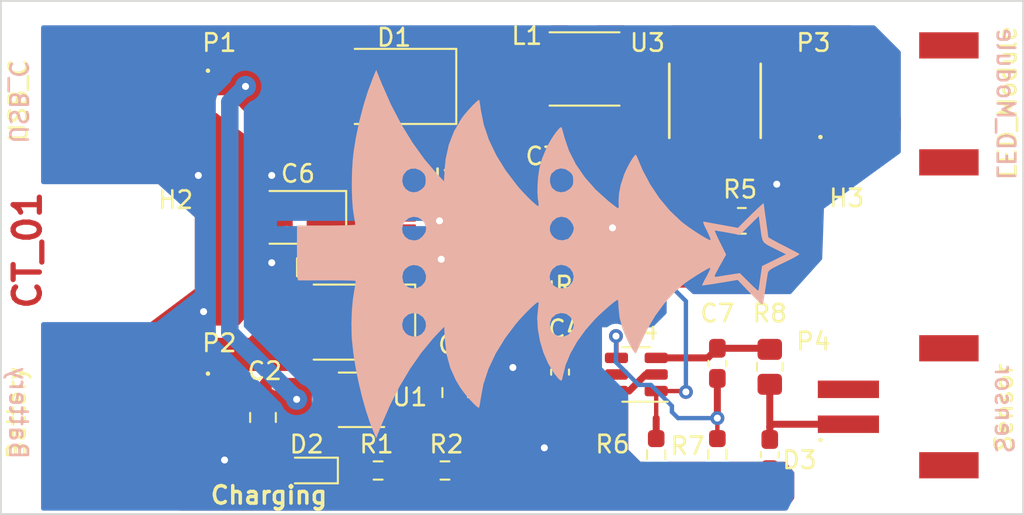
<source format=kicad_pcb>
(kicad_pcb (version 20221018) (generator pcbnew)
  (layers (0 "F.Cu" signal) (31 "B.Cu" signal) (34 "B.Paste" user) (35 "F.Paste" user) (36 "B.SilkS" user "B.Silkscreen") (37 "F.SilkS" user "F.Silkscreen") (38 "B.Mask" user) (39 "F.Mask" user) (44 "Edge.Cuts" user))
  (net 0 "")
  (net 1 "+BATT")
  (net 2 "GND")
  (net 3 "+5V")
  (net 4 "+3.3V")
  (net 5 "VDD")
  (net 6 "/FB")
  (net 7 "Net-(U4-SNSK)")
  (net 8 "Net-(U4-SNS)")
  (net 9 "Net-(D2-K)")
  (net 10 "/Sens")
  (net 11 "/LX")
  (net 12 "/LED_Stat")
  (net 13 "/R_Prog")
  (net 14 "Net-(U3-RSET)")
  (net 15 "/Sen_Out")
  (net 16 "GND1")
  (footprint "Capacitor_SMD:C_0805_2012Metric_Pad1.18x1.45mm_HandSolder" (layer "F.Cu") (at 92 126.4625 -90)
    (fp_text reference "C2" (at -2.6625 -0.1 -180) (layer "F.SilkS"))
    (fp_text value "4u7" hide)
    (pad "1" smd roundrect (at -1.0375 0 270) (size 1.175 1.45) (layers "F.Cu" "F.Paste" "F.Mask") (roundrect_rratio 0.2127659574) (net 3 "+5V"))
    (pad "2" smd roundrect (at 1.0375 0 270) (size 1.175 1.45) (layers "F.Cu" "F.Paste" "F.Mask") (roundrect_rratio 0.2127659574) (net 2 "GND"))
  )
  (footprint "Capacitor_SMD:C_0603_1608Metric_Pad1.08x0.95mm_HandSolder" (layer "F.Cu") (at 121 128.5875 90)
    (fp_text reference "D3" (at -0.3125 1.7 180) (layer "F.SilkS"))
    (fp_text value "D_TVS" hide)
    (pad "1" smd roundrect (at -0.8625 0 90) (size 1.075 0.95) (layers "F.Cu" "F.Paste" "F.Mask") (net 2 "GND"))
    (pad "2" smd roundrect (at 0.8625 0 90) (size 1.075 0.95) (layers "F.Cu" "F.Paste" "F.Mask") (net 10 "/Sens"))
  )
  (footprint "Resistor_SMD:R_0805_2012Metric_Pad1.20x1.40mm_HandSolder" (layer "F.Cu") (at 119.4 115.2)
    (fp_text reference "R5" (at -0.1 -1.8 180) (layer "F.SilkS"))
    (fp_text value "33k" hide)
    (pad "1" smd roundrect (at -1 0) (size 1.2 1.4) (layers "F.Cu" "F.Paste" "F.Mask") (roundrect_rratio 0.2083333333) (net 14 "Net-(U3-RSET)"))
    (pad "2" smd roundrect (at 1 0) (size 1.2 1.4) (layers "F.Cu" "F.Paste" "F.Mask") (roundrect_rratio 0.2083333333) (net 2 "GND"))
  )
  (footprint "PH:JST_S2B-PH-SM4-TB" (layer "F.Cu") (at 125.5 108.5 -90)
    (fp_text reference "P3" (at -3.5 2 -180) (layer "F.SilkS") (effects (font (size 1.001386 1.001386))))
    (fp_text value "LED_Module" (at -0.1 -9.1 -90) (layer "F.SilkS") (effects (font (size 1.000268 1.000268))))
    (pad "1" smd rect (at 1 0 270) (size 1 3.5) (layers "F.Cu" "F.Paste" "F.Mask") (net 4 "+3.3V"))
    (pad "2" smd rect (at -1 0 270) (size 1 3.5) (layers "F.Cu" "F.Paste" "F.Mask") (net 16 "GND1"))
    (pad "P1" smd rect (at 3.35 -5.75 270) (size 1.5 3.4) (layers "F.Cu" "F.Paste" "F.Mask"))
    (pad "P2" smd rect (at -3.35 -5.75 270) (size 1.5 3.4) (layers "F.Cu" "F.Paste" "F.Mask"))
  )
  (footprint "Package_TO_SOT_SMD:SOT-23-5" (layer "F.Cu") (at 97.1375 125.45 180)
    (fp_text reference "U1" (at -3.2625 0.15) (layer "F.SilkS"))
    (fp_text value "MCP73831-2-OT" hide)
    (pad "1" smd roundrect (at -1.1375 -0.95 180) (size 1.325 0.6) (layers "F.Cu" "F.Paste" "F.Mask") (net 12 "/LED_Stat"))
    (pad "2" smd roundrect (at -1.1375 0 180) (size 1.325 0.6) (layers "F.Cu" "F.Paste" "F.Mask") (net 2 "GND"))
    (pad "3" smd roundrect (at -1.1375 0.95 180) (size 1.325 0.6) (layers "F.Cu" "F.Paste" "F.Mask") (net 1 "+BATT"))
    (pad "4" smd roundrect (at 1.1375 0.95 180) (size 1.325 0.6) (layers "F.Cu" "F.Paste" "F.Mask") (net 3 "+5V"))
    (pad "5" smd roundrect (at 1.1375 -0.95 180) (size 1.325 0.6) (layers "F.Cu" "F.Paste" "F.Mask") (net 13 "/R_Prog"))
  )
  (footprint "MCP1601_I_MS:SOP65P490X110-8N" (layer "F.Cu") (at 102.105 115.325)
    (fp_text reference "U2" (at 0.075 -2.575) (layer "F.SilkS"))
    (fp_text value "MCP1601-I_MS" hide)
    (pad "1" smd roundrect (at -2.105 -0.975) (size 1.5 0.49) (layers "F.Cu" "F.Paste" "F.Mask") (roundrect_rratio 0.12) (net 5 "VDD") (thermal_bridge_width 0.2) (thermal_gap 0.2))
    (pad "2" smd roundrect (at -2.105 -0.325) (size 1.5 0.49) (layers "F.Cu" "F.Paste" "F.Mask") (roundrect_rratio 0.12) (net 15 "/Sen_Out"))
    (pad "3" smd roundrect (at -2.105 0.325) (size 1.5 0.49) (layers "F.Cu" "F.Paste" "F.Mask") (roundrect_rratio 0.12) (net 6 "/FB"))
    (pad "4" smd roundrect (at -2.105 0.975) (size 1.5 0.49) (layers "F.Cu" "F.Paste" "F.Mask") (roundrect_rratio 0.12) (net 2 "GND"))
    (pad "5" smd roundrect (at 2.105 0.975 180) (size 1.5 0.49) (layers "F.Cu" "F.Paste" "F.Mask") (roundrect_rratio 0.12) (net 2 "GND"))
    (pad "6" smd roundrect (at 2.105 0.325 180) (size 1.5 0.49) (layers "F.Cu" "F.Paste" "F.Mask") (roundrect_rratio 0.12) (net 4 "+3.3V"))
    (pad "7" smd roundrect (at 2.105 -0.325 180) (size 1.5 0.49) (layers "F.Cu" "F.Paste" "F.Mask") (roundrect_rratio 0.12) (net 2 "GND"))
    (pad "8" smd roundrect (at 2.105 -0.975 180) (size 1.5 0.49) (layers "F.Cu" "F.Paste" "F.Mask") (roundrect_rratio 0.12) (net 11 "/LX"))
  )
  (footprint "Capacitor_SMD:C_0603_1608Metric_Pad1.08x0.95mm_HandSolder" (layer "F.Cu") (at 109 123.8625 -90)
    (fp_text reference "C4" (at -2.4625 -0.3 -180) (layer "F.SilkS"))
    (fp_text value "100n" hide)
    (pad "1" smd roundrect (at -0.8625 0 270) (size 1.075 0.95) (layers "F.Cu" "F.Paste" "F.Mask") (net 5 "VDD"))
    (pad "2" smd roundrect (at 0.8625 0 270) (size 1.075 0.95) (layers "F.Cu" "F.Paste" "F.Mask") (net 2 "GND"))
  )
  (footprint "Resistor_SMD:R_0603_1608Metric_Pad0.98x0.95mm_HandSolder" (layer "F.Cu") (at 118 128.5875 -90)
    (fp_text reference "R7" (at -0.4875 1.7 -180) (layer "F.SilkS"))
    (fp_text value "1M" hide)
    (pad "1" smd roundrect (at -0.9125 0 270) (size 0.975 0.95) (layers "F.Cu" "F.Paste" "F.Mask") (net 8 "Net-(U4-SNS)"))
    (pad "2" smd roundrect (at 0.9125 0 270) (size 0.975 0.95) (layers "F.Cu" "F.Paste" "F.Mask") (net 2 "GND"))
  )
  (footprint "Resistor_SMD:R_0805_2012Metric_Pad1.20x1.40mm_HandSolder" (layer "F.Cu") (at 121 123.5625 -90)
    (fp_text reference "R8" (at -3.0625 0 -180) (layer "F.SilkS"))
    (fp_text value "4k7-33k" hide)
    (pad "1" smd roundrect (at -1 0 270) (size 1.2 1.4) (layers "F.Cu" "F.Paste" "F.Mask") (roundrect_rratio 0.2083333333) (net 7 "Net-(U4-SNSK)"))
    (pad "2" smd roundrect (at 1 0 270) (size 1.2 1.4) (layers "F.Cu" "F.Paste" "F.Mask") (roundrect_rratio 0.2083333333) (net 10 "/Sens"))
  )
  (footprint "Package_TO_SOT_SMD:SOT-23-6" (layer "F.Cu") (at 113.3625 124 180)
    (fp_text reference "U4" (at -0.2375 2.5) (layer "F.SilkS"))
    (fp_text value "AT42QT1012-T" hide)
    (pad "1" smd roundrect (at -1.1375 -0.95 180) (size 1.325 0.6) (layers "F.Cu" "F.Paste" "F.Mask") (net 15 "/Sen_Out"))
    (pad "2" smd roundrect (at -1.1375 0 180) (size 1.325 0.6) (layers "F.Cu" "F.Paste" "F.Mask") (net 2 "GND"))
    (pad "3" smd roundrect (at -1.1375 0.95 180) (size 1.325 0.6) (layers "F.Cu" "F.Paste" "F.Mask") (net 7 "Net-(U4-SNSK)"))
    (pad "4" smd roundrect (at 1.1375 0.95 180) (size 1.325 0.6) (layers "F.Cu" "F.Paste" "F.Mask") (net 8 "Net-(U4-SNS)"))
    (pad "5" smd roundrect (at 1.1375 0 180) (size 1.325 0.6) (layers "F.Cu" "F.Paste" "F.Mask") (net 5 "VDD"))
    (pad "6" smd roundrect (at 1.1375 -0.95 180) (size 1.325 0.6) (layers "F.Cu" "F.Paste" "F.Mask") (net 2 "GND"))
  )
  (footprint "MIC4801YMfootprints:SOIC-8_M_MCL-M" (layer "F.Cu") (at 117.865 108.32575 90)
    (fp_text reference "U3" (at 3.32575 -3.865 unlocked) (layer "F.SilkS"))
    (fp_text value "MIC4801YM" hide)
    (pad "1" smd rect (at -2.82575 -1.905 90) (size 1.6637 0.5334) (layers "F.Cu" "F.Paste" "F.Mask") (net 4 "+3.3V"))
    (pad "2" smd rect (at -2.82575 -0.635 90) (size 1.6637 0.5334) (layers "F.Cu" "F.Paste" "F.Mask") (net 4 "+3.3V"))
    (pad "3" smd rect (at -2.82575 0.635 90) (size 1.6637 0.5334) (layers "F.Cu" "F.Paste" "F.Mask") (net 14 "Net-(U3-RSET)"))
    (pad "4" smd rect (at -2.82575 1.905 90) (size 1.6637 0.5334) (layers "F.Cu" "F.Paste" "F.Mask") (net 2 "GND"))
    (pad "5" smd rect (at 2.82575 1.905 90) (size 1.6637 0.5334) (layers "F.Cu" "F.Paste" "F.Mask") (net 16 "GND1"))
    (pad "6" smd rect (at 2.82575 0.635 90) (size 1.6637 0.5334) (layers "F.Cu" "F.Paste" "F.Mask") (net 16 "GND1"))
    (pad "7" smd rect (at 2.82575 -0.635 90) (size 1.6637 0.5334) (layers "F.Cu" "F.Paste" "F.Mask") (net 16 "GND1"))
    (pad "8" smd rect (at 2.82575 -1.905 90) (size 1.6637 0.5334) (layers "F.Cu" "F.Paste" "F.Mask") (net 16 "GND1"))
  )
  (footprint "Capacitor_Tantalum_SMD:CP_EIA-3528-21_Kemet-B_Pad1.50x2.35mm_HandSolder" (layer "F.Cu") (at 94.125 115 180)
    (fp_text reference "C6" (at 0.125 2.5) (layer "F.SilkS"))
    (fp_text value "10u" hide)
    (pad "1" smd roundrect (at -1.625 0 180) (size 1.5 2.35) (layers "F.Cu" "F.Paste" "F.Mask") (roundrect_rratio 0.1666673333) (net 5 "VDD"))
    (pad "2" smd roundrect (at 1.625 0 180) (size 1.5 2.35) (layers "F.Cu" "F.Paste" "F.Mask") (roundrect_rratio 0.1666673333) (net 2 "GND"))
  )
  (footprint "Resistor_SMD:R_0603_1608Metric_Pad0.98x0.95mm_HandSolder" (layer "F.Cu") (at 104.5 118.9125 90)
    (fp_text reference "R3" (at -0.0875 1.5 180) (layer "F.SilkS"))
    (fp_text value "196k" hide)
    (pad "1" smd roundrect (at -0.9125 0 90) (size 0.975 0.95) (layers "F.Cu" "F.Paste" "F.Mask") (net 6 "/FB"))
    (pad "2" smd roundrect (at 0.9125 0 90) (size 0.975 0.95) (layers "F.Cu" "F.Paste" "F.Mask") (net 2 "GND"))
  )
  (footprint "Capacitor_SMD:C_0805_2012Metric_Pad1.18x1.45mm_HandSolder" (layer "F.Cu") (at 103 125.0375 -90)
    (fp_text reference "C1" (at -2.7375 0 -180) (layer "F.SilkS"))
    (fp_text value "4u7" hide)
    (pad "1" smd roundrect (at -1.0375 0 270) (size 1.175 1.45) (layers "F.Cu" "F.Paste" "F.Mask") (roundrect_rratio 0.2127659574) (net 1 "+BATT"))
    (pad "2" smd roundrect (at 1.0375 0 270) (size 1.175 1.45) (layers "F.Cu" "F.Paste" "F.Mask") (roundrect_rratio 0.2127659574) (net 2 "GND"))
  )
  (footprint "Inductor_SMD:L_Taiyo-Yuden_MD-4040" (layer "F.Cu") (at 110.4 106.5)
    (fp_text reference "L1" (at -3.3 -1.9) (layer "F.SilkS"))
    (fp_text value "10uH" hide)
    (pad "1" smd rect (at -1.4 0) (size 1.2 3.7) (layers "F.Cu" "F.Paste" "F.Mask") (net 11 "/LX"))
    (pad "2" smd rect (at 1.4 0) (size 1.2 3.7) (layers "F.Cu" "F.Paste" "F.Mask") (net 4 "+3.3V"))
  )
  (footprint "Resistor_SMD:R_0603_1608Metric_Pad0.98x0.95mm_HandSolder" (layer "F.Cu") (at 98.5875 129.5)
    (fp_text reference "R1" (at -0.0875 -1.5) (layer "F.SilkS"))
    (fp_text value "1k" hide)
    (pad "1" smd roundrect (at -0.9125 0) (size 0.975 0.95) (layers "F.Cu" "F.Paste" "F.Mask") (net 9 "Net-(D2-K)"))
    (pad "2" smd roundrect (at 0.9125 0) (size 0.975 0.95) (layers "F.Cu" "F.Paste" "F.Mask") (net 12 "/LED_Stat"))
  )
  (footprint "PH:JST_S2B-PH-SM4-TB" (layer "F.Cu") (at 87.25 108.5 90)
    (fp_text reference "P1" (at 3.5 2.25 180) (layer "F.SilkS") (effects (font (size 1.001386 1.001386))))
    (fp_text value "USB_C" (at 0.2 -9.25 270) (layer "F.SilkS") (effects (font (size 1.000268 1.000268))))
    (pad "1" smd rect (at 1 0 90) (size 1 3.5) (layers "F.Cu" "F.Paste" "F.Mask") (net 3 "+5V"))
    (pad "2" smd rect (at -1 0 90) (size 1 3.5) (layers "F.Cu" "F.Paste" "F.Mask") (net 2 "GND"))
    (pad "P1" smd rect (at 3.35 -5.75 90) (size 1.5 3.4) (layers "F.Cu" "F.Paste" "F.Mask"))
    (pad "P2" smd rect (at -3.35 -5.75 90) (size 1.5 3.4) (layers "F.Cu" "F.Paste" "F.Mask"))
  )
  (footprint "Capacitor_SMD:C_0603_1608Metric_Pad1.08x0.95mm_HandSolder" (layer "F.Cu") (at 118 123.3625 -90)
    (fp_text reference "C7" (at -2.8625 0 -180) (layer "F.SilkS"))
    (fp_text value "2n2-47n" hide)
    (pad "1" smd roundrect (at -0.8625 0 270) (size 1.075 0.95) (layers "F.Cu" "F.Paste" "F.Mask") (net 7 "Net-(U4-SNSK)"))
    (pad "2" smd roundrect (at 0.8625 0 270) (size 1.075 0.95) (layers "F.Cu" "F.Paste" "F.Mask") (net 8 "Net-(U4-SNS)"))
  )
  (footprint "LED_SMD:LED_0603_1608Metric_Pad1.05x0.95mm_HandSolder" (layer "F.Cu") (at 94.625 129.5 180)
    (fp_text reference "D2" (at 0.125 1.5) (layer "F.SilkS"))
    (fp_text value "LED" hide)
    (pad "1" smd roundrect (at -0.875 0 180) (size 1.05 0.95) (layers "F.Cu" "F.Paste" "F.Mask") (net 9 "Net-(D2-K)"))
    (pad "2" smd roundrect (at 0.875 0 180) (size 1.05 0.95) (layers "F.Cu" "F.Paste" "F.Mask") (net 3 "+5V"))
  )
  (footprint "Diode_SMD:D_SMB" (layer "F.Cu") (at 97.05 121 180)
    (fp_text reference "D4" (at 2.35 3.1) (layer "F.SilkS"))
    (fp_text value "10BQ040TR-SMC" hide)
    (pad "1" smd roundrect (at -2.15 0 180) (size 2.5 2.3) (layers "F.Cu" "F.Paste" "F.Mask") (roundrect_rratio 0.1086956522) (net 5 "VDD"))
    (pad "2" smd roundrect (at 2.15 0 180) (size 2.5 2.3) (layers "F.Cu" "F.Paste" "F.Mask") (roundrect_rratio 0.1086956522) (net 1 "+BATT"))
  )
  (footprint "MountingHole:MountingHole_3.2mm_M3" (layer "F.Cu") (at 129.5 117)
    (fp_text reference "H3" (at -4.1 -3.1) (layer "F.SilkS"))
    (fp_text value "MountingHole")
    (pad "" np_thru_hole circle (at 0 0) (size 3.2 3.2) (drill 3.2) (layers "*.Cu" "*.Mask"))
  )
  (footprint "Capacitor_SMD:C_0805_2012Metric_Pad1.18x1.45mm_HandSolder" (layer "F.Cu") (at 108 114.5375 -90)
    (fp_text reference "C3" (at -3.0375 0) (layer "F.SilkS"))
    (fp_text value "10u" hide)
    (pad "1" smd roundrect (at -1.0375 0 270) (size 1.175 1.45) (layers "F.Cu" "F.Paste" "F.Mask") (roundrect_rratio 0.2127659574) (net 4 "+3.3V"))
    (pad "2" smd roundrect (at 1.0375 0 270) (size 1.175 1.45) (layers "F.Cu" "F.Paste" "F.Mask") (roundrect_rratio 0.2127659574) (net 2 "GND"))
  )
  (footprint "Diode_SMD:D_SMB" (layer "F.Cu") (at 99.4 107.5 180)
    (fp_text reference "D1" (at -0.1 2.8 180) (layer "F.SilkS"))
    (fp_text value "10BQ040TR-SMC" hide)
    (pad "1" smd roundrect (at -2.15 0 180) (size 2.5 2.3) (layers "F.Cu" "F.Paste" "F.Mask") (roundrect_rratio 0.1086956522) (net 5 "VDD"))
    (pad "2" smd roundrect (at 2.15 0 180) (size 2.5 2.3) (layers "F.Cu" "F.Paste" "F.Mask") (roundrect_rratio 0.1086956522) (net 3 "+5V"))
  )
  (footprint "Resistor_SMD:R_0603_1608Metric_Pad0.98x0.95mm_HandSolder" (layer "F.Cu") (at 114.5 128.5875 -90)
    (fp_text reference "R6" (at -0.5875 2.5 -180) (layer "F.SilkS"))
    (fp_text value "100k" hide)
    (pad "1" smd roundrect (at -0.9125 0 270) (size 0.975 0.95) (layers "F.Cu" "F.Paste" "F.Mask") (net 15 "/Sen_Out"))
    (pad "2" smd roundrect (at 0.9125 0 270) (size 0.975 0.95) (layers "F.Cu" "F.Paste" "F.Mask") (net 2 "GND"))
  )
  (footprint "PH:JST_S2B-PH-SM4-TB" (layer "F.Cu") (at 87.25 125.85 90)
    (fp_text reference "P2" (at 3.65 2.25 180) (layer "F.SilkS") (effects (font (size 1.001386 1.001386))))
    (fp_text value "Battery" (at -0.35 -9.35 270) (layer "F.SilkS") (effects (font (size 1.000268 1.000268))))
    (pad "1" smd rect (at 1 0 90) (size 1 3.5) (layers "F.Cu" "F.Paste" "F.Mask") (net 1 "+BATT"))
    (pad "2" smd rect (at -1 0 90) (size 1 3.5) (layers "F.Cu" "F.Paste" "F.Mask") (net 2 "GND"))
    (pad "P1" smd rect (at 3.35 -5.75 90) (size 1.5 3.4) (layers "F.Cu" "F.Paste" "F.Mask"))
    (pad "P2" smd rect (at -3.35 -5.75 90) (size 1.5 3.4) (layers "F.Cu" "F.Paste" "F.Mask"))
  )
  (footprint "Resistor_SMD:R_0603_1608Metric_Pad0.98x0.95mm_HandSolder" (layer "F.Cu") (at 102.4125 129.5)
    (fp_text reference "R2" (at 0.0875 -1.5) (layer "F.SilkS"))
    (fp_text value "2k" hide)
    (pad "1" smd roundrect (at -0.9125 0) (size 0.975 0.95) (layers "F.Cu" "F.Paste" "F.Mask") (net 13 "/R_Prog"))
    (pad "2" smd roundrect (at 0.9125 0) (size 0.975 0.95) (layers "F.Cu" "F.Paste" "F.Mask") (net 2 "GND"))
  )
  (footprint "PH:JST_S2B-PH-SM4-TB" (layer "F.Cu") (at 125.5 125.85 -90)
    (fp_text reference "P4" (at -3.75 2) (layer "F.SilkS") (effects (font (size 1.001386 1.001386))))
    (fp_text value "Sensor" (at 0.05 -8.9 90) (layer "F.SilkS") (effects (font (size 1.000268 1.000268))))
    (pad "1" smd rect (at 1 0 270) (size 1 3.5) (layers "F.Cu" "F.Paste" "F.Mask") (net 10 "/Sens"))
    (pad "2" smd rect (at -1 0 270) (size 1 3.5) (layers "F.Cu" "F.Paste" "F.Mask"))
    (pad "P1" smd rect (at 3.35 -5.75 270) (size 1.5 3.4) (layers "F.Cu" "F.Paste" "F.Mask"))
    (pad "P2" smd rect (at -3.35 -5.75 270) (size 1.5 3.4) (layers "F.Cu" "F.Paste" "F.Mask"))
  )
  (footprint "MountingHole:MountingHole_3.2mm_M3" (layer "F.Cu") (at 83.5 117)
    (fp_text reference "H2" (at 3.5 -3) (layer "F.SilkS"))
    (fp_text value "MountingHole")
    (pad "" np_thru_hole circle (at 0 0) (size 3.2 3.2) (drill 3.2) (layers "*.Cu" "*.Mask"))
  )
  (footprint "Capacitor_SMD:C_0805_2012Metric_Pad1.18x1.45mm_HandSolder" (layer "F.Cu") (at 112 118.6825 -90)
    (fp_text reference "C5" (at -2.6825 -1.5) (layer "F.SilkS"))
    (fp_text value "47p" hide)
    (pad "1" smd roundrect (at -1.0375 0 270) (size 1.175 1.45) (layers "F.Cu" "F.Paste" "F.Mask") (roundrect_rratio 0.2127659574) (net 4 "+3.3V"))
    (pad "2" smd roundrect (at 1.0375 0 270) (size 1.175 1.45) (layers "F.Cu" "F.Paste" "F.Mask") (roundrect_rratio 0.2127659574) (net 6 "/FB"))
  )
  (footprint "Resistor_SMD:R_0603_1608Metric_Pad0.98x0.95mm_HandSolder" (layer "F.Cu") (at 108 118.9125 -90)
    (fp_text reference "R4" (at -0.0125 -1.7) (layer "F.SilkS"))
    (fp_text value "619k" hide)
    (pad "1" smd roundrect (at -0.9125 0 270) (size 0.975 0.95) (layers "F.Cu" "F.Paste" "F.Mask") (net 4 "+3.3V"))
    (pad "2" smd roundrect (at 0.9125 0 270) (size 0.975 0.95) (layers "F.Cu" "F.Paste" "F.Mask") (net 6 "/FB"))
  )
  (footprint "LOGO" (layer "B.Cu") (at 108.411047 117.693316 90)
    (fp_text reference "G***" hide)
    (fp_text value "LOGO" hide)
  )
  (gr_rect (start 77 102.6) (end 135.5 132) (stroke (width 0.1)) (fill none) (layer "Edge.Cuts"))
  (gr_text "CT_01" (at 79.4 120.4 90) (layer "F.Cu") (effects (font (size 1.5 1.5) (thickness 0.3) bold) (justify left bottom)))
  (gr_text "Sensor" (at 134.4 126 270) (layer "B.SilkS") (effects (font (size 1.000268 1.000268)) (justify mirror)))
  (gr_text "LED_Module" (at 134.5 108.5 270) (layer "B.SilkS") (effects (font (size 1.000268 1.000268)) (justify mirror)))
  (gr_text "USB_C" (at 78 108.4 270) (layer "B.SilkS") (effects (font (size 1.000268 1.000268)) (justify mirror)))
  (gr_text "Battery" (at 78 126.2 270) (layer "B.SilkS") (effects (font (size 1.000268 1.000268)) (justify mirror)))
  (gr_text "Charging" (at 88.9 131.5) (layer "F.SilkS") (effects (font (size 1 1) (thickness 0.2) bold) (justify left bottom)))
  (segment (start 103 124) (end 100 124) (width 0.8) (layer "F.Cu") (net 1))
  (segment (start 98.5 123) (end 94.5 123) (width 0.8) (layer "F.Cu") (net 1))
  (segment (start 99 123) (end 98.5 123) (width 0.8) (layer "F.Cu") (net 1))
  (segment (start 94.5 123) (end 88.4 123) (width 1) (layer "F.Cu") (net 1))
  (segment (start 87.25 124.15) (end 87.25 124.85) (width 1) (layer "F.Cu") (net 1))
  (segment (start 98.275 124.5) (end 99.5 124.5) (width 0.6) (layer "F.Cu") (net 1))
  (segment (start 88.4 123) (end 87.25 124.15) (width 1) (layer "F.Cu") (net 1))
  (segment (start 100 124) (end 99 123) (width 0.8) (layer "F.Cu") (net 1))
  (segment (start 99.5 124.5) (end 100 124) (width 0.6) (layer "F.Cu") (net 1))
  (segment (start 94.5 123) (end 94.5 120.45) (width 0.8) (layer "F.Cu") (net 1))
  (segment (start 113.9 124) (end 112.95 124.95) (width 0.4) (layer "F.Cu") (net 2))
  (segment (start 104.21 116.3) (end 100 116.3) (width 0.4) (layer "F.Cu") (net 2))
  (segment (start 106.7 115) (end 104.21 115) (width 0.4) (layer "F.Cu") (net 2))
  (segment (start 108 115.575) (end 107.275 115.575) (width 0.4) (layer "F.Cu") (net 2))
  (segment (start 112.95 124.95) (end 112.225 124.95) (width 0.3) (layer "F.Cu") (net 2))
  (segment (start 107.275 115.575) (end 106.7 115) (width 0.4) (layer "F.Cu") (net 2))
  (segment (start 114.5 124) (end 113.9 124) (width 0.3) (layer "F.Cu") (net 2))
  (via (at 112 115.6) (size 1.2) (drill 0.4) (layers "F.Cu" "B.Cu") (net 2))
  (via (at 108.1 128.2) (size 1.2) (drill 0.4) (layers "F.Cu" "B.Cu") (net 2))
  (via (at 121.4 113.1) (size 1.2) (drill 0.4) (layers "F.Cu" "B.Cu") (net 2))
  (via (at 92.5 112.6) (size 1.2) (drill 0.4) (layers "F.Cu" "B.Cu") (net 2))
  (via (at 106.3 123.6) (size 1.2) (drill 0.4) (layers "F.Cu" "B.Cu") (net 2))
  (via (at 92.5 117.6) (size 1.2) (drill 0.4) (layers "F.Cu" "B.Cu") (net 2))
  (via (at 88.3 112.6) (size 1.2) (drill 0.4) (layers "F.Cu" "B.Cu") (net 2))
  (via (at 88.6 120.4) (size 1.2) (drill 0.4) (layers "F.Cu" "B.Cu") (net 2))
  (via (at 102.2 117.4) (size 1.2) (drill 0.4) (layers "F.Cu" "B.Cu") (net 2))
  (via (at 89.8 128.9) (size 1.2) (drill 0.4) (layers "F.Cu" "B.Cu") (net 2))
  (segment (start 91 107.5) (end 95 107.5) (width 1) (layer "F.Cu") (net 3))
  (segment (start 93.925 125.425) (end 92 125.425) (width 1) (layer "F.Cu") (net 3))
  (segment (start 93.75 129.5) (end 93.75 127.175) (width 0.25) (layer "F.Cu") (net 3))
  (segment (start 87.25 107.5) (end 91 107.5) (width 1) (layer "F.Cu") (net 3))
  (segment (start 96 124.5) (end 95.5 124.5) (width 0.25) (layer "F.Cu") (net 3))
  (via (at 91 107.5) (size 1.2) (drill 0.4) (layers "F.Cu" "B.Cu") (net 3))
  (via (at 93.925 125.425) (size 1.2) (drill 0.4) (layers "F.Cu" "B.Cu") (net 3))
  (segment (start 91 107.5) (end 90.1 108.4) (width 1) (layer "B.Cu") (net 3))
  (segment (start 90.1 108.4) (end 90.1 121.6) (width 1) (layer "B.Cu") (net 3))
  (segment (start 90.1 121.6) (end 93.925 125.425) (width 1) (layer "B.Cu") (net 3))
  (segment (start 123.5 117.3) (end 123.5 110.5) (width 0.25) (layer "F.Cu") (net 4))
  (segment (start 108 118) (end 107 118) (width 0.25) (layer "F.Cu") (net 4))
  (segment (start 105.95 115.65) (end 106.2 115.9) (width 0.25) (layer "F.Cu") (net 4))
  (segment (start 115.96 111.1515) (end 115.96 108.54) (width 0.5) (layer "F.Cu") (net 4))
  (segment (start 111.8 106.5) (end 113.8 108.5) (width 0.8) (layer "F.Cu") (net 4))
  (segment (start 108 118) (end 110.4 118) (width 0.25) (layer "F.Cu") (net 4))
  (segment (start 117.23 111.1515) (end 117.23 108.73) (width 0.5) (layer "F.Cu") (net 4))
  (segment (start 110.755 117.645) (end 112 117.645) (width 0.25) (layer "F.Cu") (net 4))
  (segment (start 104.21 115.65) (end 105.95 115.65) (width 0.25) (layer "F.Cu") (net 4))
  (segment (start 123.5 110.5) (end 122.5 110.5) (width 0.25) (layer "F.Cu") (net 4))
  (segment (start 110.4 118) (end 110.755 117.645) (width 0.25) (layer "F.Cu") (net 4))
  (segment (start 116 108.5) (end 117 108.5) (width 0.8) (layer "F.Cu") (net 4))
  (segment (start 117 108.5) (end 120.5 108.5) (width 0.8) (layer "F.Cu") (net 4))
  (segment (start 122.5 110.5) (end 121.5 109.5) (width 0.25) (layer "F.Cu") (net 4))
  (segment (start 111.645 118) (end 112 117.645) (width 0.25) (layer "F.Cu") (net 4))
  (segment (start 115.96 108.54) (end 116 108.5) (width 0.5) (layer "F.Cu") (net 4))
  (segment (start 114.3 118.9) (end 121.9 118.9) (width 0.25) (layer "F.Cu") (net 4))
  (segment (start 112 117.645) (end 113.045 117.645) (width 0.25) (layer "F.Cu") (net 4))
  (segment (start 112 117.645) (end 112.055 117.7) (width 0.3) (layer "F.Cu") (net 4))
  (segment (start 106.2 117.2) (end 107 118) (width 0.25) (layer "F.Cu") (net 4))
  (segment (start 117.23 108.73) (end 117 108.5) (width 0.5) (layer "F.Cu") (net 4))
  (segment (start 106.2 115.9) (end 106.2 117.2) (width 0.25) (layer "F.Cu") (net 4))
  (segment (start 120.5 108.5) (end 121.5 109.5) (width 0.8) (layer "F.Cu") (net 4))
  (segment (start 121.5 109.5) (end 125.5 109.5) (width 0.8) (layer "F.Cu") (net 4))
  (segment (start 112 117.645) (end 112.045 117.6) (width 0.25) (layer "F.Cu") (net 4))
  (segment (start 121.9 118.9) (end 123.5 117.3) (width 0.25) (layer "F.Cu") (net 4))
  (segment (start 113.045 117.645) (end 114.3 118.9) (width 0.25) (layer "F.Cu") (net 4))
  (segment (start 111.8 111.3) (end 111.8 106.5) (width 1) (layer "F.Cu") (net 4))
  (segment (start 113.8 108.5) (end 116 108.5) (width 0.8) (layer "F.Cu") (net 4))
  (segment (start 100 114.35) (end 96.4 114.35) (width 0.4) (layer "F.Cu") (net 5))
  (segment (start 100 114.35) (end 100.95 114.35) (width 0.4) (layer "F.Cu") (net 5))
  (segment (start 110.4 123) (end 111.4 124) (width 0.4) (layer "F.Cu") (net 5))
  (segment (start 107.2 121.2) (end 99.4 121.2) (width 0.4) (layer "F.Cu") (net 5))
  (segment (start 100.95 114.35) (end 101.3 114) (width 0.4) (layer "F.Cu") (net 5))
  (segment (start 111.4 124) (end 112.225 124) (width 0.4) (layer "F.Cu") (net 5))
  (segment (start 100 114.35) (end 100 113.6) (width 0.4) (layer "F.Cu") (net 5))
  (segment (start 103.8 107.5) (end 100.3 111) (width 1) (layer "F.Cu") (net 5))
  (segment (start 95.75 113.25) (end 95.75 115) (width 1) (layer "F.Cu") (net 5))
  (segment (start 95.75 115) (end 95.75 116.25) (width 1) (layer "F.Cu") (net 5))
  (segment (start 109 123) (end 107.2 121.2) (width 0.4) (layer "F.Cu") (net 5))
  (segment (start 109 123) (end 110.4 123) (width 0.4) (layer "F.Cu") (net 5))
  (segment (start 96.4 114.35) (end 95.75 115) (width 0.4) (layer "F.Cu") (net 5))
  (segment (start 98 111) (end 95.75 113.25) (width 1) (layer "F.Cu") (net 5))
  (segment (start 99.4 121.2) (end 99.2 121) (width 0.4) (layer "F.Cu") (net 5))
  (segment (start 100.3 111) (end 98 111) (width 1) (layer "F.Cu") (net 5))
  (segment (start 104.5 119.825) (end 104.125 119.825) (width 0.2) (layer "F.Cu") (net 6))
  (segment (start 108 119.825) (end 104.5 119.825) (width 0.25) (layer "F.Cu") (net 6))
  (segment (start 104.125 119.825) (end 103 118.7) (width 0.2) (layer "F.Cu") (net 6))
  (segment (start 112 119.72) (end 108.105 119.72) (width 0.25) (layer "F.Cu") (net 6))
  (segment (start 98.4 117.051472) (end 98.4 116.2) (width 0.2) (layer "F.Cu") (net 6))
  (segment (start 100.048528 118.7) (end 98.4 117.051472) (width 0.2) (layer "F.Cu") (net 6))
  (segment (start 103 118.7) (end 100.048528 118.7) (width 0.2) (layer "F.Cu") (net 6))
  (segment (start 98.4 116.2) (end 98.95 115.65) (width 0.2) (layer "F.Cu") (net 6))
  (segment (start 98.95 115.65) (end 100 115.65) (width 0.2) (layer "F.Cu") (net 6))
  (segment (start 108.105 119.72) (end 108 119.825) (width 0.25) (layer "F.Cu") (net 6))
  (segment (start 114.5 123.05) (end 117.45 123.05) (width 0.4) (layer "F.Cu") (net 7))
  (segment (start 120.9375 122.5) (end 121 122.5625) (width 0.4) (layer "F.Cu") (net 7))
  (segment (start 117.45 123.05) (end 118 122.5) (width 0.4) (layer "F.Cu") (net 7))
  (segment (start 118 122.5) (end 120.9375 122.5) (width 0.4) (layer "F.Cu") (net 7))
  (segment (start 112.225 121.825) (end 112.225 123.05) (width 0.25) (layer "F.Cu") (net 8))
  (segment (start 118 127.675) (end 118 126.5) (width 0.25) (layer "F.Cu") (net 8))
  (segment (start 112.2 121.8) (end 112.225 121.825) (width 0.25) (layer "F.Cu") (net 8))
  (segment (start 118 124.225) (end 118 126.5) (width 0.4) (layer "F.Cu") (net 8))
  (via (at 112.2 121.8) (size 0.8) (drill 0.4) (layers "F.Cu" "B.Cu") (net 8))
  (via (at 118 126.5) (size 0.8) (drill 0.4) (layers "F.Cu" "B.Cu") (net 8))
  (segment (start 115.4 125.8) (end 115.4 126.15) (width 0.25) (layer "B.Cu") (net 8))
  (segment (start 115.4 126.15) (end 115.75 126.5) (width 0.25) (layer "B.Cu") (net 8))
  (segment (start 113.5 124.6) (end 114.2 124.6) (width 0.25) (layer "B.Cu") (net 8))
  (segment (start 112.2 121.8) (end 112.2 123.3) (width 0.25) (layer "B.Cu") (net 8))
  (segment (start 115.75 126.5) (end 118 126.5) (width 0.25) (layer "B.Cu") (net 8))
  (segment (start 114.2 124.6) (end 115.4 125.8) (width 0.25) (layer "B.Cu") (net 8))
  (segment (start 112.2 123.3) (end 113.5 124.6) (width 0.25) (layer "B.Cu") (net 8))
  (segment (start 95.5 129.5) (end 97.675 129.5) (width 0.25) (layer "F.Cu") (net 9))
  (segment (start 121 124.5625) (end 121 127) (width 0.4) (layer "F.Cu") (net 10))
  (segment (start 121.15 126.85) (end 121 127) (width 0.4) (layer "F.Cu") (net 10))
  (segment (start 121 127) (end 121 127.725) (width 0.4) (layer "F.Cu") (net 10))
  (segment (start 125.5 126.85) (end 121.15 126.85) (width 0.4) (layer "F.Cu") (net 10))
  (segment (start 105.45 114.35) (end 104.21 114.35) (width 0.4) (layer "F.Cu") (net 11))
  (segment (start 104.21 114.35) (end 104.21 113.77) (width 0.4) (layer "F.Cu") (net 11))
  (segment (start 105.45 114.35) (end 105.6 114.2) (width 0.4) (layer "F.Cu") (net 11))
  (segment (start 107 111.5) (end 105 111.5) (width 1) (layer "F.Cu") (net 11))
  (segment (start 103.05 114.35) (end 102.9 114.2) (width 0.4) (layer "F.Cu") (net 11))
  (segment (start 105 111.5) (end 104.5 112) (width 1) (layer "F.Cu") (net 11))
  (segment (start 104.21 113.77) (end 104.2 113.76) (width 0.4) (layer "F.Cu") (net 11))
  (segment (start 104.5 112) (end 104.2 112.3) (width 0.8) (layer "F.Cu") (net 11))
  (segment (start 104.21 114.35) (end 103.05 114.35) (width 0.4) (layer "F.Cu") (net 11))
  (segment (start 109 109.5) (end 107 111.5) (width 1) (layer "F.Cu") (net 11))
  (segment (start 109 106.5) (end 109 109.5) (width 1) (layer "F.Cu") (net 11))
  (segment (start 99.5 129.5) (end 99.5 127.625) (width 0.25) (layer "F.Cu") (net 12))
  (segment (start 99.5 127.625) (end 98.275 126.4) (width 0.25) (layer "F.Cu") (net 12))
  (segment (start 95 130.5) (end 94.6 130.1) (width 0.25) (layer "F.Cu") (net 13))
  (segment (start 100.5 130.5) (end 95 130.5) (width 0.25) (layer "F.Cu") (net 13))
  (segment (start 101.5 129.5) (end 100.5 130.5) (width 0.25) (layer "F.Cu") (net 13))
  (segment (start 94.6 127.8) (end 96 126.4) (width 0.25) (layer "F.Cu") (net 13))
  (segment (start 94.6 130.1) (end 94.6 127.8) (width 0.25) (layer "F.Cu") (net 13))
  (segment (start 118.5 111.1515) (end 118.5 115.1) (width 0.4) (layer "F.Cu") (net 14))
  (segment (start 118.5 115.1) (end 118.4 115.2) (width 0.4) (layer "F.Cu") (net 14))
  (segment (start 101.9 115) (end 100 115) (width 0.25) (layer "F.Cu") (net 15))
  (segment (start 114.5 124.95) (end 114.5 126.5) (width 0.25) (layer "F.Cu") (net 15))
  (segment (start 114.5 126.5) (end 114.5 127.675) (width 0.4) (layer "F.Cu") (net 15))
  (segment (start 116.15 124.95) (end 116.2 125) (width 0.25) (layer "F.Cu") (net 15))
  (segment (start 102.1 115.2) (end 101.9 115) (width 0.25) (layer "F.Cu") (net 15))
  (segment (start 114.5 124.95) (end 116.15 124.95) (width 0.25) (layer "F.Cu") (net 15))
  (via (at 116.2 125) (size 0.8) (drill 0.4) (layers "F.Cu" "B.Cu") (net 15))
  (via (at 102.1 115.2) (size 0.8) (drill 0.4) (layers "F.Cu" "B.Cu") (net 15))
  (segment (start 102.6 115.7) (end 105.8 115.7) (width 0.25) (layer "B.Cu") (net 15))
  (segment (start 106.2 116.6) (end 106.8 117.2) (width 0.25) (layer "B.Cu") (net 15))
  (segment (start 102.1 115.2) (end 102.6 115.7) (width 0.25) (layer "B.Cu") (net 15))
  (segment (start 110.5 116.9) (end 113.3 116.9) (width 0.25) (layer "B.Cu") (net 15))
  (segment (start 105.8 115.7) (end 106.2 116.1) (width 0.25) (layer "B.Cu") (net 15))
  (segment (start 116.2 119.8) (end 116.2 125) (width 0.25) (layer "B.Cu") (net 15))
  (segment (start 113.3 116.9) (end 116.2 119.8) (width 0.25) (layer "B.Cu") (net 15))
  (segment (start 110.2 117.2) (end 110.5 116.9) (width 0.25) (layer "B.Cu") (net 15))
  (segment (start 106.8 117.2) (end 110.2 117.2) (width 0.25) (layer "B.Cu") (net 15))
  (segment (start 106.2 116.1) (end 106.2 116.6) (width 0.25) (layer "B.Cu") (net 15))
  (zone (net 2) (net_name "GND") (layer "F.Cu") (name "+5V_strefa") (priority 6) (connect_pads (clearance 0.3)) (min_thickness 0.25) (fill yes (thermal_gap 0.2) (thermal_bridge_width 1))
    (polygon (pts (xy 108.9 115) (xy 109.7 114.6) (xy 115.5 114.6) (xy 117.5 116.6) (xy 119.5 116.6) (xy 119.8 116.3) (xy 119.8 113.9) (xy 119.5 113.5) (xy 119.5 110.3) (xy 120.8 110.3) (xy 122.7 112) (xy 122.7 116.7) (xy 121 118.3) (xy 115.4 118.3) (xy 113.5 116.5) (xy 110.3 116.5) (xy 109.9 116.8) (xy 107.1 116.8) (xy 106.7 116.4) (xy 106.7 115.5) (xy 106.3 115.2) (xy 103.5 115.2) (xy 103.5 114.8) (xy 106.8 114.8) (xy 107 115)))
  )
  (zone (net 2) (net_name "GND") (layer "F.Cu") (name "+5V_strefa") (priority 5) (connect_pads (clearance 0.2)) (min_thickness 0.25) (fill yes (thermal_gap 0.2) (thermal_bridge_width 1))
    (polygon (pts (xy 99.1 116.1) (xy 105.4 116.1) (xy 105.7 116.5) (xy 105.7 118) (xy 105.3 118.4) (xy 103.7 118.4) (xy 103.4 118.1) (xy 100.1 118.1) (xy 98.7 116.7) (xy 98.7 116.1)))
  )
  (zone (net 5) (net_name "VDD") (layer "F.Cu") (name "+5V_strefa") (priority 1) (connect_pads (clearance 0.3)) (min_thickness 0.25) (fill yes (thermal_gap 0.2) (thermal_bridge_width 1))
    (polygon (pts (xy 101.5 105) (xy 100.5 106) (xy 100.5 109) (xy 99 110.5) (xy 97.5 110.5) (xy 94.5 113.5) (xy 94.5 116.4) (xy 98 120) (xy 98 122.2) (xy 101 122.2) (xy 101.8 121.6) (xy 101.8 119.9) (xy 101 119.4) (xy 99.9 119.4) (xy 97.5 117) (xy 97.5 115) (xy 98 114.5) (xy 101 114.5) (xy 101.5 114) (xy 101.5 111.5) (xy 103 110.1) (xy 105.6 110.1) (xy 107 109) (xy 107 106) (xy 106 105)))
  )
  (zone (net 3) (net_name "+5V") (layer "F.Cu") (name "+5V_strefa") (connect_pads (clearance 0.5)) (min_thickness 0.25) (fill yes (thermal_gap 0.2) (thermal_bridge_width 1))
    (polygon (pts (xy 98.5 109) (xy 97.5 110) (xy 92 110) (xy 90 108) (xy 85.5 108) (xy 84.5 108) (xy 84.5 106) (xy 85.5 105) (xy 97.5 105) (xy 98.5 106)))
  )
  (zone (net 11) (net_name "/LX") (layer "F.Cu") (name "+5V_strefa") (priority 2) (connect_pads (clearance 0.5)) (min_thickness 0.25) (fill yes (thermal_gap 0.2) (thermal_bridge_width 1))
    (polygon (pts (xy 108.5 104) (xy 107.9 104.4) (xy 107.9 109.3) (xy 106.1 110.75) (xy 103.8 110.8) (xy 102.7 112) (xy 102.7 114.3) (xy 103 114.6) (xy 105.5 114.6) (xy 106 114) (xy 106 112.5) (xy 106.5 112) (xy 108.5 112) (xy 110.1 110.4) (xy 110.1 104.4) (xy 109.5 104)))
  )
  (zone (net 3) (net_name "+5V") (layer "F.Cu") (priority 1) (connect_pads (clearance 0.3)) (min_thickness 0.25) (fill yes (thermal_gap 0.2) (thermal_bridge_width 1))
    (polygon (pts (xy 91.4 124.9) (xy 92 124.2) (xy 96.7 124.2) (xy 96.7 124.7) (xy 95.1 124.8) (xy 94.8 125.1) (xy 94.8 126.7) (xy 94.3 127.2) (xy 93.6 127.2) (xy 92.9 125.9) (xy 91.4 125.9)))
  )
  (zone (net 16) (net_name "GND1") (layer "F.Cu") (name "+5V_strefa") (priority 4) (connect_pads (clearance 0.5)) (min_thickness 0.25) (fill yes (thermal_gap 0.2) (thermal_bridge_width 1))
    (polygon (pts (xy 114.8 104.4) (xy 115.4 104) (xy 125.7 104) (xy 128.4 106.8) (xy 128.4 107.7) (xy 128 108) (xy 123.2 108) (xy 122 106.8) (xy 115.4 106.8) (xy 114.8 106.2)))
  )
  (zone (net 4) (net_name "+3.3V") (layer "F.Cu") (name "+5V_strefa") (priority 3) (connect_pads (clearance 0.4)) (min_thickness 0.25) (fill yes (thermal_gap 0.2) (thermal_bridge_width 1))
    (polygon (pts (xy 111.1 104) (xy 110.7 104.4) (xy 110.7 110.9) (xy 109.2 112.4) (xy 107.2 112.4) (xy 106.7 112.9) (xy 106.7 113.6) (xy 107 114) (xy 116.6 114) (xy 117.5 113.1) (xy 117.5 109.9) (xy 118.2 109.5) (xy 120.5 109.5) (xy 121.9 110.7) (xy 127.7 110.7) (xy 128.5 110.1) (xy 128.5 109.2) (xy 128 109) (xy 123.1 109) (xy 121.3 107.3) (xy 114.7 107.3) (xy 113.1 105.9) (xy 113.1 104.5) (xy 112.7 104)))
  )
  (zone (net 1) (net_name "+BATT") (layer "F.Cu") (name "+5V_strefa") (priority 8) (connect_pads (clearance 0.3)) (min_thickness 0.25) (fill yes (thermal_gap 0.2) (thermal_bridge_width 1))
    (polygon (pts (xy 85.5 124.1) (xy 88.3 121.9) (xy 91.2 121.9) (xy 93 120) (xy 94.3 120) (xy 94.9 120) (xy 94.9 121) (xy 96.4 122.6) (xy 99.5 122.6) (xy 100.5 123.5) (xy 103.5 123.5) (xy 103.5 124.6) (xy 101.8 124.6) (xy 101.5 124.8) (xy 98 124.8) (xy 98 124.2) (xy 97.7 123.8) (xy 91.1 123.8) (xy 89.7 125.4) (xy 85.4 125.4)))
  )
  (zone (net 2) (net_name "GND") (layer "F.Cu") (name "+5V_strefa") (priority 7) (connect_pads (clearance 0.3)) (min_thickness 0.25) (fill yes (thermal_gap 0.2) (thermal_bridge_width 1))
    (polygon (pts (xy 89.3 109) (xy 85 109) (xy 84.5 109.3) (xy 84.5 111.5) (xy 87.5 113.9) (xy 88.1 114.4) (xy 88.1 119.1) (xy 83.7 122.4) (xy 83.7 129) (xy 87.2 131.8) (xy 121.9 131.8) (xy 122.4 131.1) (xy 122.4 129.6) (xy 121.9 129) (xy 114.5 129) (xy 113.6 129) (xy 112.9 128.3) (xy 112.9 125.5) (xy 112.9 124.6) (xy 110.5 124.6) (xy 110 124.2) (xy 108.2 124.2) (xy 107.6 123.6) (xy 107.6 122.825) (xy 106.7 122) (xy 105.7 122) (xy 104.8 122.8) (xy 104.8 124.9) (xy 104.2 125.5) (xy 102 125.5) (xy 101.7 125.2) (xy 97.7 125.2) (xy 97.7 125.7) (xy 99.3 125.7) (xy 100.3 126.4) (xy 100.3 127.4) (xy 101.5 128.3) (xy 102.4 128.3) (xy 102.8 128.7) (xy 102.7 130.3) (xy 102 130.9) (xy 92.8 130.9) (xy 92.2 130.1) (xy 92.2 128.6) (xy 92.7 128.1) (xy 92.7 126.9) (xy 91 126.9) (xy 90.4 126.4) (xy 85.4 126.4) (xy 84.9 125.8) (xy 84.9 123.7) (xy 88.2 121.2) (xy 90.6 121.2) (xy 93.7 117.7) (xy 93.7 112.3)))
  )
  (zone (net 2) (net_name "GND") (layer "B.Cu") (priority 9) (connect_pads (clearance 0.3)) (min_thickness 0.25) (fill yes (thermal_gap 0.2) (thermal_bridge_width 1))
    (polygon (pts (xy 106.4 115.2) (xy 106.7 115.5) (xy 106.7 116.4) (xy 107.1 116.8) (xy 109.9 116.8) (xy 110.3 116.5) (xy 113.5 116.5) (xy 116.6 119.4) (xy 122.2 119.4) (xy 124 117.4) (xy 124.1 114.5) (xy 128.5 111.3) (xy 128.5 105.5) (xy 127 104) (xy 79.3 104) (xy 79.3 113.1) (xy 86 113.1) (xy 88.1 115) (xy 88.1 119.3) (xy 85.9 121) (xy 79.3 121) (xy 79.3 131.8) (xy 122 131.8) (xy 122.4 131) (xy 122.4 129.6) (xy 121.8 129) (xy 113.6 129) (xy 112.9 128.3) (xy 112.9 125.1) (xy 111.4 123.6) (xy 111.4 121.3) (xy 114.3 121.3) (xy 115.1 120.5) (xy 115.1 119.5) (xy 113 117.3) (xy 110.7 117.3) (xy 110.3 117.7) (xy 106.8 117.7) (xy 105.8 116.8) (xy 105.8 116.3) (xy 105.5 116) (xy 102.1 116) (xy 101.4 115.5) (xy 98.7 115.5) (xy 92.8 115.5) (xy 92.8 115.2)))
  )
)
</source>
